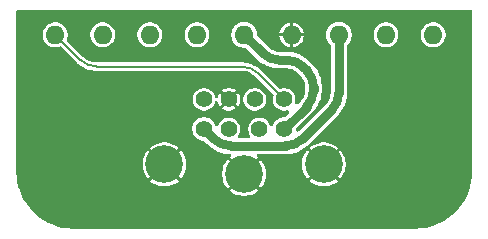
<source format=gbr>
%TF.GenerationSoftware,KiCad,Pcbnew,9.0.6*%
%TF.CreationDate,2026-02-06T14:40:20-05:00*%
%TF.ProjectId,DQ PS2 Controller Adapter,44512050-5332-4204-936f-6e74726f6c6c,1.0*%
%TF.SameCoordinates,Original*%
%TF.FileFunction,Copper,L2,Bot*%
%TF.FilePolarity,Positive*%
%FSLAX46Y46*%
G04 Gerber Fmt 4.6, Leading zero omitted, Abs format (unit mm)*
G04 Created by KiCad (PCBNEW 9.0.6) date 2026-02-06 14:40:20*
%MOMM*%
%LPD*%
G01*
G04 APERTURE LIST*
%TA.AperFunction,ComponentPad*%
%ADD10O,1.600000X1.600000*%
%TD*%
%TA.AperFunction,ComponentPad*%
%ADD11C,3.200000*%
%TD*%
%TA.AperFunction,ComponentPad*%
%ADD12C,1.400000*%
%TD*%
%TA.AperFunction,Conductor*%
%ADD13C,0.800000*%
%TD*%
%TA.AperFunction,Conductor*%
%ADD14C,0.200000*%
%TD*%
G04 APERTURE END LIST*
D10*
%TO.P,P1,1,DAT*%
%TO.N,/DAT*%
X166670000Y-89930000D03*
%TO.P,P1,2,CMD*%
%TO.N,/CMD*%
X162670000Y-89930000D03*
%TO.P,P1,3,7V6*%
%TO.N,/7V6*%
X158670000Y-89930000D03*
%TO.P,P1,4,GND*%
%TO.N,GND*%
X154670000Y-89930000D03*
%TO.P,P1,5,Vcc*%
%TO.N,/Vcc*%
X150670000Y-89930000D03*
%TO.P,P1,6,ATT*%
%TO.N,/ATT*%
X146670000Y-89930000D03*
%TO.P,P1,7,CLK*%
%TO.N,/CLK*%
X142670000Y-89930000D03*
%TO.P,P1,8,N/C*%
%TO.N,unconnected-(P1-N{slash}C-Pad8)*%
X138670000Y-89930000D03*
%TO.P,P1,9,ACK*%
%TO.N,/ACK*%
X134670000Y-89930000D03*
%TD*%
D11*
%TO.P,J1,0*%
%TO.N,GND*%
X157400000Y-100900000D03*
X150650000Y-101710000D03*
X143900000Y-100900000D03*
D12*
%TO.P,J1,1*%
%TO.N,/DAT*%
X149350000Y-97900000D03*
%TO.P,J1,2*%
%TO.N,/CMD*%
X151950000Y-97900000D03*
%TO.P,J1,3*%
%TO.N,/7V6*%
X147250000Y-97900000D03*
%TO.P,J1,4*%
%TO.N,GND*%
X149350000Y-95400000D03*
%TO.P,J1,5*%
%TO.N,/Vcc*%
X154050000Y-97900000D03*
%TO.P,J1,6*%
%TO.N,/ATT*%
X147250000Y-95400000D03*
%TO.P,J1,7*%
%TO.N,/CLK*%
X151550000Y-95400000D03*
%TO.P,J1,8*%
%TO.N,/ACK*%
X154050000Y-95400000D03*
%TD*%
D13*
%TO.N,/Vcc*%
X155944213Y-96005787D02*
X154050000Y-97900000D01*
X155675787Y-92665787D02*
X155944214Y-92934214D01*
X156530000Y-94348427D02*
X156530000Y-94591573D01*
X153648427Y-92080000D02*
X154261573Y-92080000D01*
X150670000Y-89930000D02*
X152234214Y-91494214D01*
X156530000Y-94591573D02*
G75*
G02*
X155944227Y-96005801I-2000000J-27D01*
G01*
X154261573Y-92080000D02*
G75*
G02*
X155675801Y-92665773I27J-2000000D01*
G01*
X156530000Y-94348427D02*
G75*
G03*
X155944228Y-92934200I-2000000J27D01*
G01*
X153648427Y-92080000D02*
G75*
G02*
X152234200Y-91494228I-27J2000000D01*
G01*
D14*
%TO.N,/ACK*%
X138188427Y-92620000D02*
X150441573Y-92620000D01*
X151855787Y-93205787D02*
X154050000Y-95400000D01*
X134670000Y-89930000D02*
X136774214Y-92034214D01*
X151855787Y-93205787D02*
G75*
G03*
X150441573Y-92620019I-1414187J-1414213D01*
G01*
X136774214Y-92034214D02*
G75*
G03*
X138188427Y-92619981I1414186J1414214D01*
G01*
D13*
%TO.N,/7V6*%
X154181573Y-99330000D02*
X149508427Y-99330000D01*
X148094213Y-98744213D02*
X147250000Y-97900000D01*
X158084213Y-96255787D02*
X155595786Y-98744214D01*
X158670000Y-89930000D02*
X158670000Y-94841573D01*
X154181573Y-99330000D02*
G75*
G03*
X155595800Y-98744228I27J2000000D01*
G01*
X158670000Y-94841573D02*
G75*
G02*
X158084227Y-96255801I-2000000J-27D01*
G01*
X148094213Y-98744213D02*
G75*
G03*
X149508427Y-99329981I1414187J1414213D01*
G01*
%TD*%
%TA.AperFunction,Conductor*%
%TO.N,GND*%
G36*
X169912539Y-87850185D02*
G01*
X169958294Y-87902989D01*
X169969500Y-87954500D01*
X169969500Y-101536886D01*
X169969382Y-101542295D01*
X169951473Y-101952492D01*
X169950530Y-101963268D01*
X169897293Y-102367644D01*
X169895415Y-102378298D01*
X169807132Y-102776516D01*
X169804332Y-102786964D01*
X169681684Y-103175956D01*
X169677984Y-103186122D01*
X169521896Y-103562953D01*
X169517324Y-103572757D01*
X169328993Y-103934538D01*
X169323585Y-103943906D01*
X169104428Y-104287914D01*
X169098223Y-104296775D01*
X168849925Y-104620364D01*
X168842971Y-104628651D01*
X168567418Y-104929365D01*
X168559769Y-104937014D01*
X168259055Y-105212568D01*
X168250768Y-105219522D01*
X167927180Y-105467820D01*
X167918319Y-105474025D01*
X167574311Y-105693182D01*
X167564943Y-105698590D01*
X167203162Y-105886922D01*
X167193358Y-105891494D01*
X166816530Y-106047581D01*
X166806365Y-106051281D01*
X166417367Y-106173932D01*
X166406917Y-106176732D01*
X166008702Y-106265014D01*
X165998049Y-106266892D01*
X165593672Y-106320129D01*
X165582896Y-106321072D01*
X165172862Y-106338975D01*
X165167453Y-106339093D01*
X136172706Y-106339093D01*
X136167297Y-106338975D01*
X135757102Y-106321065D01*
X135746326Y-106320122D01*
X135341950Y-106266885D01*
X135331296Y-106265007D01*
X134933079Y-106176724D01*
X134922631Y-106173924D01*
X134533640Y-106051276D01*
X134523474Y-106047576D01*
X134146643Y-105891487D01*
X134136839Y-105886915D01*
X134018873Y-105825506D01*
X133775044Y-105698576D01*
X133765688Y-105693175D01*
X133480376Y-105511410D01*
X133421692Y-105474024D01*
X133412831Y-105467820D01*
X133089235Y-105219516D01*
X133080948Y-105212562D01*
X132780235Y-104937009D01*
X132772586Y-104929360D01*
X132497033Y-104628646D01*
X132490079Y-104620359D01*
X132241781Y-104296771D01*
X132235576Y-104287910D01*
X132016420Y-103943903D01*
X132011012Y-103934535D01*
X131954299Y-103825590D01*
X131822678Y-103572748D01*
X131818112Y-103562956D01*
X131662016Y-103186107D01*
X131658322Y-103175956D01*
X131636324Y-103106188D01*
X131535665Y-102786939D01*
X131532876Y-102776527D01*
X131444588Y-102378281D01*
X131442716Y-102367662D01*
X131389474Y-101963245D01*
X131388534Y-101952511D01*
X131370617Y-101542126D01*
X131370500Y-101536736D01*
X131370500Y-100778751D01*
X142050000Y-100778751D01*
X142050000Y-101021248D01*
X142050001Y-101021264D01*
X142081653Y-101261687D01*
X142144421Y-101495939D01*
X142237220Y-101719978D01*
X142237227Y-101719993D01*
X142358480Y-101930009D01*
X142503811Y-102119409D01*
X142503812Y-102119409D01*
X143038097Y-101585124D01*
X143060967Y-101616602D01*
X143183398Y-101739033D01*
X143214873Y-101761901D01*
X142680589Y-102296186D01*
X142680589Y-102296188D01*
X142869990Y-102441519D01*
X143080006Y-102562772D01*
X143080021Y-102562779D01*
X143304060Y-102655578D01*
X143538312Y-102718346D01*
X143778735Y-102749998D01*
X143778752Y-102750000D01*
X144021248Y-102750000D01*
X144021264Y-102749998D01*
X144261687Y-102718346D01*
X144495939Y-102655578D01*
X144719978Y-102562779D01*
X144719992Y-102562772D01*
X144930010Y-102441518D01*
X145119409Y-102296186D01*
X144585125Y-101761901D01*
X144616602Y-101739033D01*
X144739033Y-101616602D01*
X144761901Y-101585125D01*
X145296186Y-102119409D01*
X145441518Y-101930010D01*
X145562772Y-101719992D01*
X145562779Y-101719978D01*
X145638474Y-101537234D01*
X145655578Y-101495939D01*
X145718346Y-101261687D01*
X145749998Y-101021264D01*
X145750000Y-101021248D01*
X145750000Y-100778751D01*
X145749998Y-100778735D01*
X145718346Y-100538312D01*
X145655578Y-100304060D01*
X145562779Y-100080021D01*
X145562772Y-100080006D01*
X145441519Y-99869990D01*
X145296188Y-99680589D01*
X145296186Y-99680589D01*
X144761901Y-100214873D01*
X144739033Y-100183398D01*
X144616602Y-100060967D01*
X144585124Y-100038097D01*
X145119409Y-99503812D01*
X145119409Y-99503811D01*
X144930009Y-99358480D01*
X144719993Y-99237227D01*
X144719978Y-99237220D01*
X144495939Y-99144421D01*
X144261687Y-99081653D01*
X144021264Y-99050001D01*
X144021248Y-99050000D01*
X143778752Y-99050000D01*
X143778735Y-99050001D01*
X143538312Y-99081653D01*
X143304060Y-99144421D01*
X143080021Y-99237220D01*
X143080006Y-99237227D01*
X142869990Y-99358480D01*
X142680589Y-99503811D01*
X142680589Y-99503812D01*
X143214874Y-100038097D01*
X143183398Y-100060967D01*
X143060967Y-100183398D01*
X143038098Y-100214874D01*
X142503812Y-99680589D01*
X142503811Y-99680589D01*
X142358480Y-99869990D01*
X142237227Y-100080006D01*
X142237220Y-100080021D01*
X142144421Y-100304060D01*
X142081653Y-100538312D01*
X142050001Y-100778735D01*
X142050000Y-100778751D01*
X131370500Y-100778751D01*
X131370500Y-95306379D01*
X146299500Y-95306379D01*
X146299500Y-95493620D01*
X146336025Y-95677243D01*
X146336027Y-95677251D01*
X146407676Y-95850228D01*
X146407681Y-95850237D01*
X146511697Y-96005907D01*
X146511700Y-96005911D01*
X146644088Y-96138299D01*
X146644092Y-96138302D01*
X146799762Y-96242318D01*
X146799768Y-96242321D01*
X146799769Y-96242322D01*
X146972749Y-96313973D01*
X147153865Y-96349999D01*
X147156379Y-96350499D01*
X147156383Y-96350500D01*
X147156384Y-96350500D01*
X147343617Y-96350500D01*
X147343618Y-96350499D01*
X147527251Y-96313973D01*
X147700231Y-96242322D01*
X147855908Y-96138302D01*
X147855911Y-96138299D01*
X147972385Y-96021826D01*
X147988299Y-96005911D01*
X147988302Y-96005908D01*
X148092322Y-95850231D01*
X148163973Y-95677251D01*
X148178638Y-95603523D01*
X148211021Y-95541617D01*
X148271736Y-95507042D01*
X148341505Y-95510781D01*
X148398178Y-95551646D01*
X148421871Y-95603525D01*
X148436507Y-95677100D01*
X148436508Y-95677105D01*
X148508119Y-95849991D01*
X148508124Y-95849999D01*
X148594281Y-95978940D01*
X148955871Y-95617350D01*
X148989910Y-95676306D01*
X149073694Y-95760090D01*
X149132648Y-95794127D01*
X148771057Y-96155718D01*
X148900008Y-96241880D01*
X149072894Y-96313491D01*
X149072902Y-96313493D01*
X149256428Y-96349999D01*
X149256431Y-96350000D01*
X149443569Y-96350000D01*
X149443571Y-96349999D01*
X149627097Y-96313493D01*
X149627105Y-96313491D01*
X149799991Y-96241880D01*
X149928941Y-96155718D01*
X149928941Y-96155717D01*
X149567351Y-95794127D01*
X149626306Y-95760090D01*
X149710090Y-95676306D01*
X149744127Y-95617351D01*
X150105717Y-95978941D01*
X150105718Y-95978941D01*
X150191880Y-95849991D01*
X150263491Y-95677105D01*
X150263493Y-95677097D01*
X150299999Y-95493571D01*
X150300000Y-95493569D01*
X150300000Y-95306429D01*
X150299990Y-95306379D01*
X150599500Y-95306379D01*
X150599500Y-95493620D01*
X150636025Y-95677243D01*
X150636027Y-95677251D01*
X150707676Y-95850228D01*
X150707681Y-95850237D01*
X150811697Y-96005907D01*
X150811700Y-96005911D01*
X150944088Y-96138299D01*
X150944092Y-96138302D01*
X151099762Y-96242318D01*
X151099768Y-96242321D01*
X151099769Y-96242322D01*
X151272749Y-96313973D01*
X151453865Y-96349999D01*
X151456379Y-96350499D01*
X151456383Y-96350500D01*
X151456384Y-96350500D01*
X151643617Y-96350500D01*
X151643618Y-96350499D01*
X151827251Y-96313973D01*
X152000231Y-96242322D01*
X152155908Y-96138302D01*
X152288302Y-96005908D01*
X152392322Y-95850231D01*
X152463973Y-95677251D01*
X152500500Y-95493616D01*
X152500500Y-95306384D01*
X152463973Y-95122749D01*
X152392322Y-94949769D01*
X152392321Y-94949768D01*
X152392318Y-94949762D01*
X152288302Y-94794092D01*
X152288299Y-94794088D01*
X152155911Y-94661700D01*
X152155907Y-94661697D01*
X152000237Y-94557681D01*
X152000228Y-94557676D01*
X151827251Y-94486027D01*
X151827243Y-94486025D01*
X151643620Y-94449500D01*
X151643616Y-94449500D01*
X151456384Y-94449500D01*
X151456379Y-94449500D01*
X151272756Y-94486025D01*
X151272748Y-94486027D01*
X151099771Y-94557676D01*
X151099762Y-94557681D01*
X150944092Y-94661697D01*
X150944088Y-94661700D01*
X150811700Y-94794088D01*
X150811697Y-94794092D01*
X150707681Y-94949762D01*
X150707676Y-94949771D01*
X150636027Y-95122748D01*
X150636025Y-95122756D01*
X150599500Y-95306379D01*
X150299990Y-95306379D01*
X150263493Y-95122902D01*
X150263491Y-95122894D01*
X150191880Y-94950008D01*
X150105718Y-94821057D01*
X149744127Y-95182648D01*
X149710090Y-95123694D01*
X149626306Y-95039910D01*
X149567350Y-95005872D01*
X149928940Y-94644281D01*
X149928940Y-94644280D01*
X149799999Y-94558124D01*
X149799991Y-94558119D01*
X149627105Y-94486508D01*
X149627097Y-94486506D01*
X149443570Y-94450000D01*
X149256430Y-94450000D01*
X149072902Y-94486506D01*
X149072894Y-94486508D01*
X148900003Y-94558121D01*
X148771058Y-94644279D01*
X148771058Y-94644281D01*
X149132649Y-95005872D01*
X149073694Y-95039910D01*
X148989910Y-95123694D01*
X148955872Y-95182649D01*
X148594281Y-94821058D01*
X148594279Y-94821058D01*
X148508121Y-94950003D01*
X148436508Y-95122894D01*
X148436506Y-95122899D01*
X148421871Y-95196474D01*
X148389485Y-95258384D01*
X148328769Y-95292958D01*
X148258999Y-95289217D01*
X148202328Y-95248350D01*
X148178637Y-95196475D01*
X148163973Y-95122749D01*
X148092322Y-94949769D01*
X148092321Y-94949768D01*
X148092318Y-94949762D01*
X147988302Y-94794092D01*
X147988299Y-94794088D01*
X147855911Y-94661700D01*
X147855907Y-94661697D01*
X147700237Y-94557681D01*
X147700228Y-94557676D01*
X147527251Y-94486027D01*
X147527243Y-94486025D01*
X147343620Y-94449500D01*
X147343616Y-94449500D01*
X147156384Y-94449500D01*
X147156379Y-94449500D01*
X146972756Y-94486025D01*
X146972748Y-94486027D01*
X146799771Y-94557676D01*
X146799762Y-94557681D01*
X146644092Y-94661697D01*
X146644088Y-94661700D01*
X146511700Y-94794088D01*
X146511697Y-94794092D01*
X146407681Y-94949762D01*
X146407676Y-94949771D01*
X146336027Y-95122748D01*
X146336025Y-95122756D01*
X146299500Y-95306379D01*
X131370500Y-95306379D01*
X131370500Y-89826530D01*
X133619500Y-89826530D01*
X133619500Y-90033469D01*
X133659868Y-90236412D01*
X133659870Y-90236420D01*
X133739058Y-90427596D01*
X133854024Y-90599657D01*
X134000342Y-90745975D01*
X134000345Y-90745977D01*
X134172402Y-90860941D01*
X134363580Y-90940130D01*
X134542429Y-90975705D01*
X134566530Y-90980499D01*
X134566534Y-90980500D01*
X134566535Y-90980500D01*
X134773466Y-90980500D01*
X134773467Y-90980499D01*
X134976420Y-90940130D01*
X135046972Y-90910905D01*
X135116438Y-90903437D01*
X135178918Y-90934711D01*
X135182104Y-90937786D01*
X136487119Y-92242801D01*
X136487121Y-92242804D01*
X136490046Y-92245729D01*
X136491000Y-92246683D01*
X136491031Y-92246740D01*
X136526362Y-92282070D01*
X136526362Y-92282071D01*
X136619702Y-92375410D01*
X136826110Y-92540011D01*
X137049650Y-92680467D01*
X137287511Y-92795011D01*
X137536700Y-92882203D01*
X137794086Y-92940947D01*
X138056430Y-92970502D01*
X138188432Y-92970500D01*
X150386061Y-92970500D01*
X150386064Y-92970501D01*
X150437516Y-92970500D01*
X150445621Y-92970764D01*
X150648778Y-92984077D01*
X150664848Y-92986193D01*
X150860540Y-93025116D01*
X150876186Y-93029308D01*
X151065129Y-93093443D01*
X151080109Y-93099649D01*
X151259042Y-93187886D01*
X151273090Y-93195996D01*
X151438982Y-93306839D01*
X151451850Y-93316713D01*
X151604694Y-93450751D01*
X151610617Y-93456299D01*
X153118749Y-94964431D01*
X153152234Y-95025754D01*
X153147250Y-95095446D01*
X153145630Y-95099562D01*
X153136028Y-95122743D01*
X153136025Y-95122751D01*
X153099500Y-95306379D01*
X153099500Y-95493620D01*
X153136025Y-95677243D01*
X153136027Y-95677251D01*
X153207676Y-95850228D01*
X153207681Y-95850237D01*
X153311697Y-96005907D01*
X153311700Y-96005911D01*
X153444088Y-96138299D01*
X153444092Y-96138302D01*
X153599762Y-96242318D01*
X153599768Y-96242321D01*
X153599769Y-96242322D01*
X153772749Y-96313973D01*
X153953865Y-96349999D01*
X153956379Y-96350499D01*
X153956383Y-96350500D01*
X153956384Y-96350500D01*
X154143617Y-96350500D01*
X154143617Y-96350499D01*
X154292135Y-96320958D01*
X154323441Y-96314731D01*
X154393032Y-96320958D01*
X154448210Y-96363821D01*
X154471454Y-96429711D01*
X154455386Y-96497708D01*
X154435313Y-96524029D01*
X154096162Y-96863181D01*
X154034839Y-96896666D01*
X154008481Y-96899500D01*
X153951457Y-96899500D01*
X153758170Y-96937947D01*
X153758160Y-96937950D01*
X153576092Y-97013364D01*
X153576079Y-97013371D01*
X153412218Y-97122860D01*
X153412214Y-97122863D01*
X153272863Y-97262214D01*
X153272860Y-97262218D01*
X153163371Y-97426079D01*
X153163366Y-97426088D01*
X153087501Y-97609245D01*
X153043660Y-97663648D01*
X152977366Y-97685713D01*
X152909667Y-97668434D01*
X152862056Y-97617297D01*
X152858379Y-97609245D01*
X152792323Y-97449771D01*
X152792318Y-97449762D01*
X152688302Y-97294092D01*
X152688299Y-97294088D01*
X152555911Y-97161700D01*
X152555907Y-97161697D01*
X152400237Y-97057681D01*
X152400228Y-97057676D01*
X152227251Y-96986027D01*
X152227243Y-96986025D01*
X152043620Y-96949500D01*
X152043616Y-96949500D01*
X151856384Y-96949500D01*
X151856379Y-96949500D01*
X151672756Y-96986025D01*
X151672748Y-96986027D01*
X151499771Y-97057676D01*
X151499762Y-97057681D01*
X151344092Y-97161697D01*
X151344088Y-97161700D01*
X151211700Y-97294088D01*
X151211697Y-97294092D01*
X151107681Y-97449762D01*
X151107676Y-97449771D01*
X151036027Y-97622748D01*
X151036025Y-97622756D01*
X150999500Y-97806379D01*
X150999500Y-97993620D01*
X151036025Y-98177243D01*
X151036027Y-98177251D01*
X151107676Y-98350228D01*
X151107681Y-98350237D01*
X151165393Y-98436609D01*
X151186271Y-98503287D01*
X151167786Y-98570667D01*
X151115807Y-98617357D01*
X151062291Y-98629500D01*
X150237709Y-98629500D01*
X150170670Y-98609815D01*
X150124915Y-98557011D01*
X150114971Y-98487853D01*
X150134607Y-98436609D01*
X150192318Y-98350237D01*
X150192318Y-98350236D01*
X150192322Y-98350231D01*
X150263973Y-98177251D01*
X150300500Y-97993616D01*
X150300500Y-97806384D01*
X150263973Y-97622749D01*
X150192322Y-97449769D01*
X150192321Y-97449768D01*
X150192318Y-97449762D01*
X150088302Y-97294092D01*
X150088299Y-97294088D01*
X149955911Y-97161700D01*
X149955907Y-97161697D01*
X149800237Y-97057681D01*
X149800228Y-97057676D01*
X149627251Y-96986027D01*
X149627243Y-96986025D01*
X149443620Y-96949500D01*
X149443616Y-96949500D01*
X149256384Y-96949500D01*
X149256379Y-96949500D01*
X149072756Y-96986025D01*
X149072748Y-96986027D01*
X148899771Y-97057676D01*
X148899762Y-97057681D01*
X148744092Y-97161697D01*
X148744088Y-97161700D01*
X148611700Y-97294088D01*
X148611697Y-97294092D01*
X148507681Y-97449762D01*
X148507676Y-97449772D01*
X148441620Y-97609245D01*
X148397779Y-97663648D01*
X148331484Y-97685713D01*
X148263785Y-97668434D01*
X148216175Y-97617296D01*
X148212498Y-97609244D01*
X148136635Y-97426092D01*
X148136628Y-97426079D01*
X148027139Y-97262218D01*
X148027136Y-97262214D01*
X147887785Y-97122863D01*
X147887781Y-97122860D01*
X147723920Y-97013371D01*
X147723907Y-97013364D01*
X147541839Y-96937950D01*
X147541829Y-96937947D01*
X147348543Y-96899500D01*
X147348541Y-96899500D01*
X147151459Y-96899500D01*
X147151457Y-96899500D01*
X146958170Y-96937947D01*
X146958160Y-96937950D01*
X146776092Y-97013364D01*
X146776079Y-97013371D01*
X146612218Y-97122860D01*
X146612214Y-97122863D01*
X146472863Y-97262214D01*
X146472860Y-97262218D01*
X146363371Y-97426079D01*
X146363364Y-97426092D01*
X146287950Y-97608160D01*
X146287947Y-97608170D01*
X146249500Y-97801456D01*
X146249500Y-97801459D01*
X146249500Y-97998541D01*
X146249500Y-97998543D01*
X146249499Y-97998543D01*
X146287947Y-98191829D01*
X146287950Y-98191839D01*
X146363364Y-98373907D01*
X146363371Y-98373920D01*
X146472860Y-98537781D01*
X146472863Y-98537785D01*
X146612214Y-98677136D01*
X146612218Y-98677139D01*
X146776079Y-98786628D01*
X146776092Y-98786635D01*
X146958160Y-98862049D01*
X146958165Y-98862051D01*
X146958169Y-98862051D01*
X146958170Y-98862052D01*
X147151456Y-98900500D01*
X147151459Y-98900500D01*
X147208482Y-98900500D01*
X147275521Y-98920185D01*
X147296163Y-98936819D01*
X147543077Y-99183733D01*
X147543079Y-99183736D01*
X147562559Y-99203216D01*
X147562591Y-99203275D01*
X147706115Y-99346796D01*
X147903007Y-99503810D01*
X147943258Y-99535908D01*
X148200084Y-99697279D01*
X148473363Y-99828880D01*
X148473366Y-99828881D01*
X148473368Y-99828882D01*
X148535668Y-99850680D01*
X148759659Y-99929055D01*
X148759668Y-99929057D01*
X149055353Y-99996542D01*
X149055363Y-99996543D01*
X149055370Y-99996545D01*
X149356779Y-100030502D01*
X149434515Y-100030500D01*
X149501552Y-100050183D01*
X149547308Y-100102986D01*
X149557253Y-100172144D01*
X149528230Y-100235700D01*
X149510002Y-100252876D01*
X149430589Y-100313811D01*
X149430589Y-100313812D01*
X149964874Y-100848097D01*
X149933398Y-100870967D01*
X149810967Y-100993398D01*
X149788097Y-101024874D01*
X149253812Y-100490589D01*
X149253811Y-100490589D01*
X149108480Y-100679990D01*
X148987227Y-100890006D01*
X148987220Y-100890021D01*
X148894421Y-101114060D01*
X148831653Y-101348312D01*
X148800001Y-101588735D01*
X148800000Y-101588751D01*
X148800000Y-101831248D01*
X148800001Y-101831264D01*
X148831653Y-102071687D01*
X148894421Y-102305939D01*
X148987220Y-102529978D01*
X148987227Y-102529993D01*
X149108480Y-102740009D01*
X149253811Y-102929409D01*
X149253812Y-102929409D01*
X149788097Y-102395124D01*
X149810967Y-102426602D01*
X149933398Y-102549033D01*
X149964873Y-102571901D01*
X149430589Y-103106186D01*
X149430589Y-103106188D01*
X149619990Y-103251519D01*
X149830006Y-103372772D01*
X149830021Y-103372779D01*
X150054060Y-103465578D01*
X150288312Y-103528346D01*
X150528735Y-103559998D01*
X150528752Y-103560000D01*
X150771248Y-103560000D01*
X150771264Y-103559998D01*
X151011687Y-103528346D01*
X151245939Y-103465578D01*
X151469978Y-103372779D01*
X151469992Y-103372772D01*
X151680010Y-103251518D01*
X151869409Y-103106186D01*
X151335125Y-102571901D01*
X151366602Y-102549033D01*
X151489033Y-102426602D01*
X151511901Y-102395125D01*
X152046186Y-102929409D01*
X152191518Y-102740010D01*
X152312772Y-102529992D01*
X152312779Y-102529978D01*
X152405579Y-102305937D01*
X152429640Y-102216141D01*
X152429640Y-102216140D01*
X152468346Y-102071686D01*
X152499998Y-101831264D01*
X152500000Y-101831248D01*
X152500000Y-101588751D01*
X152499998Y-101588735D01*
X152468346Y-101348312D01*
X152405578Y-101114060D01*
X152312779Y-100890021D01*
X152312774Y-100890011D01*
X152281987Y-100836685D01*
X152281986Y-100836683D01*
X152248539Y-100778751D01*
X155550000Y-100778751D01*
X155550000Y-101021248D01*
X155550001Y-101021264D01*
X155581653Y-101261687D01*
X155644421Y-101495939D01*
X155737220Y-101719978D01*
X155737227Y-101719993D01*
X155858480Y-101930009D01*
X156003811Y-102119409D01*
X156003812Y-102119409D01*
X156538097Y-101585124D01*
X156560967Y-101616602D01*
X156683398Y-101739033D01*
X156714873Y-101761901D01*
X156180589Y-102296186D01*
X156180589Y-102296188D01*
X156369990Y-102441519D01*
X156580006Y-102562772D01*
X156580021Y-102562779D01*
X156804060Y-102655578D01*
X157038312Y-102718346D01*
X157278735Y-102749998D01*
X157278752Y-102750000D01*
X157521248Y-102750000D01*
X157521264Y-102749998D01*
X157761687Y-102718346D01*
X157995939Y-102655578D01*
X158219978Y-102562779D01*
X158219992Y-102562772D01*
X158430010Y-102441518D01*
X158619409Y-102296186D01*
X158085125Y-101761901D01*
X158116602Y-101739033D01*
X158239033Y-101616602D01*
X158261902Y-101585125D01*
X158796186Y-102119409D01*
X158941518Y-101930010D01*
X159062772Y-101719992D01*
X159062779Y-101719978D01*
X159155578Y-101495939D01*
X159218346Y-101261687D01*
X159249998Y-101021264D01*
X159250000Y-101021248D01*
X159250000Y-100778751D01*
X159249998Y-100778735D01*
X159218346Y-100538312D01*
X159155578Y-100304060D01*
X159062779Y-100080021D01*
X159062772Y-100080006D01*
X158941519Y-99869990D01*
X158796188Y-99680589D01*
X158796186Y-99680589D01*
X158261901Y-100214873D01*
X158239033Y-100183398D01*
X158116602Y-100060967D01*
X158085124Y-100038097D01*
X158619409Y-99503812D01*
X158619409Y-99503811D01*
X158430009Y-99358480D01*
X158219993Y-99237227D01*
X158219978Y-99237220D01*
X157995939Y-99144421D01*
X157761687Y-99081653D01*
X157521264Y-99050001D01*
X157521248Y-99050000D01*
X157278752Y-99050000D01*
X157278735Y-99050001D01*
X157038312Y-99081653D01*
X156804060Y-99144421D01*
X156580021Y-99237220D01*
X156580006Y-99237227D01*
X156369990Y-99358480D01*
X156180588Y-99503810D01*
X156180588Y-99503811D01*
X156714874Y-100038097D01*
X156683398Y-100060967D01*
X156560967Y-100183398D01*
X156538098Y-100214874D01*
X156003812Y-99680589D01*
X156003811Y-99680589D01*
X155858480Y-99869990D01*
X155737227Y-100080006D01*
X155737220Y-100080021D01*
X155644421Y-100304060D01*
X155581653Y-100538312D01*
X155550001Y-100778735D01*
X155550000Y-100778751D01*
X152248539Y-100778751D01*
X152191519Y-100679990D01*
X152046188Y-100490589D01*
X152046186Y-100490589D01*
X151511901Y-101024873D01*
X151489033Y-100993398D01*
X151366602Y-100870967D01*
X151335124Y-100848097D01*
X151869409Y-100313812D01*
X151869409Y-100313810D01*
X151789997Y-100252876D01*
X151748794Y-100196448D01*
X151744639Y-100126702D01*
X151778851Y-100065782D01*
X151840568Y-100033029D01*
X151865483Y-100030500D01*
X154256816Y-100030500D01*
X154257193Y-100030480D01*
X154333220Y-100030482D01*
X154634626Y-99996526D01*
X154634636Y-99996523D01*
X154634642Y-99996523D01*
X154840952Y-99949435D01*
X154930335Y-99929036D01*
X155216628Y-99828861D01*
X155489905Y-99697262D01*
X155746729Y-99535893D01*
X155982899Y-99347557D01*
X155986492Y-99346089D01*
X155997984Y-99332669D01*
X156035247Y-99295406D01*
X156035273Y-99295383D01*
X156042327Y-99288328D01*
X156042329Y-99288328D01*
X158543214Y-96787443D01*
X158543273Y-96787410D01*
X158579558Y-96751123D01*
X158579559Y-96751124D01*
X158686796Y-96643885D01*
X158875908Y-96406742D01*
X159037279Y-96149916D01*
X159168880Y-95876637D01*
X159269055Y-95590341D01*
X159307355Y-95422529D01*
X159336542Y-95294646D01*
X159336543Y-95294637D01*
X159336545Y-95294630D01*
X159370502Y-94993221D01*
X159370500Y-94841564D01*
X159370500Y-90837204D01*
X159390185Y-90770165D01*
X159406819Y-90749523D01*
X159410756Y-90745586D01*
X159509414Y-90646928D01*
X159611232Y-90506788D01*
X159689873Y-90352445D01*
X159743402Y-90187701D01*
X159770500Y-90016611D01*
X159770500Y-89843389D01*
X159767830Y-89826530D01*
X161619500Y-89826530D01*
X161619500Y-90033469D01*
X161659868Y-90236412D01*
X161659870Y-90236420D01*
X161739058Y-90427596D01*
X161854024Y-90599657D01*
X162000342Y-90745975D01*
X162000345Y-90745977D01*
X162172402Y-90860941D01*
X162363580Y-90940130D01*
X162542429Y-90975705D01*
X162566530Y-90980499D01*
X162566534Y-90980500D01*
X162566535Y-90980500D01*
X162773466Y-90980500D01*
X162773467Y-90980499D01*
X162976420Y-90940130D01*
X163167598Y-90860941D01*
X163339655Y-90745977D01*
X163485977Y-90599655D01*
X163600941Y-90427598D01*
X163680130Y-90236420D01*
X163720500Y-90033465D01*
X163720500Y-89826535D01*
X163720499Y-89826530D01*
X165619500Y-89826530D01*
X165619500Y-90033469D01*
X165659868Y-90236412D01*
X165659870Y-90236420D01*
X165739058Y-90427596D01*
X165854024Y-90599657D01*
X166000342Y-90745975D01*
X166000345Y-90745977D01*
X166172402Y-90860941D01*
X166363580Y-90940130D01*
X166542429Y-90975705D01*
X166566530Y-90980499D01*
X166566534Y-90980500D01*
X166566535Y-90980500D01*
X166773466Y-90980500D01*
X166773467Y-90980499D01*
X166976420Y-90940130D01*
X167167598Y-90860941D01*
X167339655Y-90745977D01*
X167485977Y-90599655D01*
X167600941Y-90427598D01*
X167680130Y-90236420D01*
X167720500Y-90033465D01*
X167720500Y-89826535D01*
X167680130Y-89623580D01*
X167600941Y-89432402D01*
X167485977Y-89260345D01*
X167485975Y-89260342D01*
X167339657Y-89114024D01*
X167168258Y-88999500D01*
X167167598Y-88999059D01*
X167142753Y-88988768D01*
X166976420Y-88919870D01*
X166976412Y-88919868D01*
X166773469Y-88879500D01*
X166773465Y-88879500D01*
X166566535Y-88879500D01*
X166566530Y-88879500D01*
X166363587Y-88919868D01*
X166363579Y-88919870D01*
X166172403Y-88999058D01*
X166000342Y-89114024D01*
X165854024Y-89260342D01*
X165739058Y-89432403D01*
X165659870Y-89623579D01*
X165659868Y-89623587D01*
X165619500Y-89826530D01*
X163720499Y-89826530D01*
X163680130Y-89623580D01*
X163600941Y-89432402D01*
X163485977Y-89260345D01*
X163485975Y-89260342D01*
X163339657Y-89114024D01*
X163168258Y-88999500D01*
X163167598Y-88999059D01*
X163142753Y-88988768D01*
X162976420Y-88919870D01*
X162976412Y-88919868D01*
X162773469Y-88879500D01*
X162773465Y-88879500D01*
X162566535Y-88879500D01*
X162566530Y-88879500D01*
X162363587Y-88919868D01*
X162363579Y-88919870D01*
X162172403Y-88999058D01*
X162000342Y-89114024D01*
X161854024Y-89260342D01*
X161739058Y-89432403D01*
X161659870Y-89623579D01*
X161659868Y-89623587D01*
X161619500Y-89826530D01*
X159767830Y-89826530D01*
X159743402Y-89672299D01*
X159689873Y-89507555D01*
X159611232Y-89353212D01*
X159509414Y-89213072D01*
X159386928Y-89090586D01*
X159246788Y-88988768D01*
X159092445Y-88910127D01*
X158927701Y-88856598D01*
X158927699Y-88856597D01*
X158927698Y-88856597D01*
X158796271Y-88835781D01*
X158756611Y-88829500D01*
X158583389Y-88829500D01*
X158543728Y-88835781D01*
X158412302Y-88856597D01*
X158247552Y-88910128D01*
X158093211Y-88988768D01*
X158013256Y-89046859D01*
X157953072Y-89090586D01*
X157953070Y-89090588D01*
X157953069Y-89090588D01*
X157830588Y-89213069D01*
X157830588Y-89213070D01*
X157830586Y-89213072D01*
X157796242Y-89260342D01*
X157728768Y-89353211D01*
X157650128Y-89507552D01*
X157596597Y-89672302D01*
X157589406Y-89717708D01*
X157569500Y-89843389D01*
X157569500Y-90016611D01*
X157596598Y-90187701D01*
X157650127Y-90352445D01*
X157728768Y-90506788D01*
X157830586Y-90646928D01*
X157830588Y-90646930D01*
X157933181Y-90749523D01*
X157966666Y-90810846D01*
X157969500Y-90837204D01*
X157969500Y-94762650D01*
X157969499Y-94762655D01*
X157969499Y-94785142D01*
X157969499Y-94798399D01*
X157969499Y-94836710D01*
X157969117Y-94846437D01*
X157954269Y-95035142D01*
X157951225Y-95054361D01*
X157908180Y-95233664D01*
X157902168Y-95252170D01*
X157840937Y-95400000D01*
X157831605Y-95422529D01*
X157822771Y-95439866D01*
X157726424Y-95597094D01*
X157714987Y-95612836D01*
X157592217Y-95756584D01*
X157585607Y-95763734D01*
X155262181Y-98087161D01*
X155242744Y-98097773D01*
X155226011Y-98112274D01*
X155212679Y-98114190D01*
X155200858Y-98120646D01*
X155178771Y-98119066D01*
X155156853Y-98122218D01*
X155144601Y-98116622D01*
X155131166Y-98115662D01*
X155113439Y-98102391D01*
X155093297Y-98093193D01*
X155086014Y-98081861D01*
X155075233Y-98073790D01*
X155067495Y-98053044D01*
X155055523Y-98034415D01*
X155052371Y-98012496D01*
X155050816Y-98008326D01*
X155050500Y-97999480D01*
X155050500Y-97941519D01*
X155070185Y-97874480D01*
X155086819Y-97853838D01*
X156403214Y-96537443D01*
X156403273Y-96537410D01*
X156439558Y-96501123D01*
X156439559Y-96501124D01*
X156546796Y-96393885D01*
X156735908Y-96156742D01*
X156897279Y-95899916D01*
X157028880Y-95626637D01*
X157129055Y-95340341D01*
X157161890Y-95196474D01*
X157196542Y-95044646D01*
X157196543Y-95044637D01*
X157196545Y-95044630D01*
X157230502Y-94743221D01*
X157230500Y-94591564D01*
X157230500Y-94581242D01*
X157230500Y-94279434D01*
X157230500Y-94273252D01*
X157230480Y-94272865D01*
X157230482Y-94196780D01*
X157196526Y-93895374D01*
X157196523Y-93895363D01*
X157196523Y-93895357D01*
X157129038Y-93599674D01*
X157129036Y-93599665D01*
X157028861Y-93313372D01*
X156897262Y-93040095D01*
X156735893Y-92783271D01*
X156546783Y-92546130D01*
X156494182Y-92493528D01*
X156494160Y-92493503D01*
X156207443Y-92206786D01*
X156207410Y-92206726D01*
X156063884Y-92063203D01*
X155826745Y-91874094D01*
X155826736Y-91874088D01*
X155744310Y-91822298D01*
X155569916Y-91712721D01*
X155296637Y-91581120D01*
X155296631Y-91581117D01*
X155072646Y-91502745D01*
X155010341Y-91480945D01*
X155010337Y-91480944D01*
X155010331Y-91480942D01*
X154714646Y-91413457D01*
X154714619Y-91413453D01*
X154413226Y-91379498D01*
X154413221Y-91379498D01*
X154261564Y-91379500D01*
X153734954Y-91379500D01*
X153727348Y-91379499D01*
X153727345Y-91379499D01*
X153690947Y-91379499D01*
X153653287Y-91379499D01*
X153653286Y-91379498D01*
X153643562Y-91379117D01*
X153454857Y-91364269D01*
X153435638Y-91361225D01*
X153256338Y-91318181D01*
X153237833Y-91312169D01*
X153067468Y-91241604D01*
X153050130Y-91232770D01*
X152892905Y-91136425D01*
X152877163Y-91124988D01*
X152733409Y-91002212D01*
X152726259Y-90995602D01*
X151806819Y-90076162D01*
X151773334Y-90014839D01*
X151770500Y-89988481D01*
X151770500Y-89843400D01*
X151770500Y-89843389D01*
X151764420Y-89804999D01*
X153624292Y-89804999D01*
X153624292Y-89805000D01*
X154134092Y-89805000D01*
X154120000Y-89857591D01*
X154120000Y-90002409D01*
X154134092Y-90055000D01*
X153624292Y-90055000D01*
X153660348Y-90236266D01*
X153660350Y-90236274D01*
X153739500Y-90427358D01*
X153739505Y-90427368D01*
X153854410Y-90599335D01*
X153854413Y-90599339D01*
X154000660Y-90745586D01*
X154000664Y-90745589D01*
X154172631Y-90860494D01*
X154172641Y-90860499D01*
X154363723Y-90939648D01*
X154363725Y-90939649D01*
X154545000Y-90975705D01*
X154545000Y-90465908D01*
X154597591Y-90480000D01*
X154742409Y-90480000D01*
X154795000Y-90465908D01*
X154795000Y-90975705D01*
X154976274Y-90939649D01*
X154976276Y-90939648D01*
X155167358Y-90860499D01*
X155167368Y-90860494D01*
X155339335Y-90745589D01*
X155339339Y-90745586D01*
X155485586Y-90599339D01*
X155485589Y-90599335D01*
X155600494Y-90427368D01*
X155600499Y-90427358D01*
X155679649Y-90236274D01*
X155679651Y-90236266D01*
X155715707Y-90055000D01*
X155205908Y-90055000D01*
X155220000Y-90002409D01*
X155220000Y-89857591D01*
X155205908Y-89805000D01*
X155715708Y-89805000D01*
X155715707Y-89804999D01*
X155679651Y-89623733D01*
X155679649Y-89623725D01*
X155600499Y-89432641D01*
X155600494Y-89432631D01*
X155485589Y-89260664D01*
X155485586Y-89260660D01*
X155339339Y-89114413D01*
X155339335Y-89114410D01*
X155167368Y-88999505D01*
X155167358Y-88999500D01*
X154976274Y-88920350D01*
X154976266Y-88920348D01*
X154795000Y-88884292D01*
X154795000Y-89394091D01*
X154742409Y-89380000D01*
X154597591Y-89380000D01*
X154545000Y-89394091D01*
X154545000Y-88884292D01*
X154544999Y-88884292D01*
X154363733Y-88920348D01*
X154363725Y-88920350D01*
X154172641Y-88999500D01*
X154172631Y-88999505D01*
X154000664Y-89114410D01*
X154000660Y-89114413D01*
X153854413Y-89260660D01*
X153854410Y-89260664D01*
X153739505Y-89432631D01*
X153739500Y-89432641D01*
X153660350Y-89623725D01*
X153660348Y-89623733D01*
X153624292Y-89804999D01*
X151764420Y-89804999D01*
X151743402Y-89672299D01*
X151689873Y-89507555D01*
X151611232Y-89353212D01*
X151509414Y-89213072D01*
X151386928Y-89090586D01*
X151246788Y-88988768D01*
X151092445Y-88910127D01*
X150927701Y-88856598D01*
X150927699Y-88856597D01*
X150927698Y-88856597D01*
X150796271Y-88835781D01*
X150756611Y-88829500D01*
X150583389Y-88829500D01*
X150543728Y-88835781D01*
X150412302Y-88856597D01*
X150247552Y-88910128D01*
X150093211Y-88988768D01*
X150013256Y-89046859D01*
X149953072Y-89090586D01*
X149953070Y-89090588D01*
X149953069Y-89090588D01*
X149830588Y-89213069D01*
X149830588Y-89213070D01*
X149830586Y-89213072D01*
X149796242Y-89260342D01*
X149728768Y-89353211D01*
X149650128Y-89507552D01*
X149596597Y-89672302D01*
X149589406Y-89717708D01*
X149569500Y-89843389D01*
X149569500Y-90016611D01*
X149596598Y-90187701D01*
X149650127Y-90352445D01*
X149728768Y-90506788D01*
X149830586Y-90646928D01*
X149953072Y-90769414D01*
X150093212Y-90871232D01*
X150247555Y-90949873D01*
X150412299Y-91003402D01*
X150583389Y-91030500D01*
X150583390Y-91030500D01*
X150728481Y-91030500D01*
X150795520Y-91050185D01*
X150816162Y-91066819D01*
X151703504Y-91954161D01*
X151703538Y-91954224D01*
X151846116Y-92096798D01*
X152078428Y-92282057D01*
X152083259Y-92285909D01*
X152340085Y-92447280D01*
X152613364Y-92578880D01*
X152613365Y-92578880D01*
X152613366Y-92578881D01*
X152684938Y-92603923D01*
X152899660Y-92679055D01*
X152899669Y-92679057D01*
X153195354Y-92746542D01*
X153195364Y-92746543D01*
X153195371Y-92746545D01*
X153496779Y-92780502D01*
X153648436Y-92780500D01*
X154182651Y-92780500D01*
X154182655Y-92780501D01*
X154256711Y-92780500D01*
X154266436Y-92780881D01*
X154455148Y-92795731D01*
X154474355Y-92798773D01*
X154653664Y-92841819D01*
X154672160Y-92847827D01*
X154842542Y-92918400D01*
X154859864Y-92927227D01*
X154930484Y-92970502D01*
X155017098Y-93023578D01*
X155032833Y-93035010D01*
X155176592Y-93157788D01*
X155183729Y-93164386D01*
X155445423Y-93426080D01*
X155452033Y-93433230D01*
X155574974Y-93577177D01*
X155586405Y-93592911D01*
X155682756Y-93750145D01*
X155691585Y-93767474D01*
X155762150Y-93937840D01*
X155768162Y-93956345D01*
X155811205Y-94135641D01*
X155814249Y-94154860D01*
X155829117Y-94343818D01*
X155829499Y-94353543D01*
X155829499Y-94391014D01*
X155829499Y-94427345D01*
X155829499Y-94427348D01*
X155829500Y-94434948D01*
X155829500Y-94506521D01*
X155829499Y-94506543D01*
X155829499Y-94586710D01*
X155829117Y-94596437D01*
X155814269Y-94785142D01*
X155811225Y-94804361D01*
X155768180Y-94983664D01*
X155762168Y-95002170D01*
X155748511Y-95035142D01*
X155711833Y-95123694D01*
X155691605Y-95172529D01*
X155682771Y-95189866D01*
X155586424Y-95347094D01*
X155574987Y-95362836D01*
X155452217Y-95506584D01*
X155445607Y-95513734D01*
X155174029Y-95785312D01*
X155112706Y-95818797D01*
X155043014Y-95813813D01*
X154987081Y-95771941D01*
X154962664Y-95706477D01*
X154964731Y-95673440D01*
X154981262Y-95590331D01*
X155000500Y-95493616D01*
X155000500Y-95306384D01*
X154963973Y-95122749D01*
X154892322Y-94949769D01*
X154892321Y-94949768D01*
X154892318Y-94949762D01*
X154788302Y-94794092D01*
X154788299Y-94794088D01*
X154655911Y-94661700D01*
X154655907Y-94661697D01*
X154500237Y-94557681D01*
X154500228Y-94557676D01*
X154327251Y-94486027D01*
X154327243Y-94486025D01*
X154143620Y-94449500D01*
X154143616Y-94449500D01*
X153956384Y-94449500D01*
X153956379Y-94449500D01*
X153772751Y-94486025D01*
X153772743Y-94486028D01*
X153749562Y-94495630D01*
X153680093Y-94503097D01*
X153617614Y-94471821D01*
X153614431Y-94468749D01*
X152139011Y-92993329D01*
X152138978Y-92993269D01*
X152072936Y-92927228D01*
X152010299Y-92864591D01*
X151923048Y-92795012D01*
X151803894Y-92699992D01*
X151803885Y-92699986D01*
X151718431Y-92646293D01*
X151580351Y-92559533D01*
X151358286Y-92452595D01*
X151342488Y-92444988D01*
X151342486Y-92444987D01*
X151143637Y-92375410D01*
X151093300Y-92357797D01*
X151093296Y-92357796D01*
X151093290Y-92357794D01*
X150835931Y-92299056D01*
X150835904Y-92299052D01*
X150573575Y-92269498D01*
X150573570Y-92269498D01*
X150441568Y-92269500D01*
X138253934Y-92269500D01*
X138243938Y-92269499D01*
X138243936Y-92269499D01*
X138219515Y-92269499D01*
X138192483Y-92269499D01*
X138192482Y-92269498D01*
X138184377Y-92269234D01*
X137981228Y-92255922D01*
X137965147Y-92253805D01*
X137769468Y-92214885D01*
X137753800Y-92210687D01*
X137564879Y-92146559D01*
X137549894Y-92140352D01*
X137370955Y-92052112D01*
X137356907Y-92044002D01*
X137191018Y-91933161D01*
X137178150Y-91923287D01*
X137025305Y-91789248D01*
X137019382Y-91783700D01*
X135677786Y-90442104D01*
X135644301Y-90380781D01*
X135649285Y-90311089D01*
X135650887Y-90307015D01*
X135680130Y-90236420D01*
X135720500Y-90033465D01*
X135720500Y-89826535D01*
X135720499Y-89826530D01*
X137619500Y-89826530D01*
X137619500Y-90033469D01*
X137659868Y-90236412D01*
X137659870Y-90236420D01*
X137739058Y-90427596D01*
X137854024Y-90599657D01*
X138000342Y-90745975D01*
X138000345Y-90745977D01*
X138172402Y-90860941D01*
X138363580Y-90940130D01*
X138542429Y-90975705D01*
X138566530Y-90980499D01*
X138566534Y-90980500D01*
X138566535Y-90980500D01*
X138773466Y-90980500D01*
X138773467Y-90980499D01*
X138976420Y-90940130D01*
X139167598Y-90860941D01*
X139339655Y-90745977D01*
X139485977Y-90599655D01*
X139600941Y-90427598D01*
X139680130Y-90236420D01*
X139720500Y-90033465D01*
X139720500Y-89826535D01*
X139720499Y-89826530D01*
X141619500Y-89826530D01*
X141619500Y-90033469D01*
X141659868Y-90236412D01*
X141659870Y-90236420D01*
X141739058Y-90427596D01*
X141854024Y-90599657D01*
X142000342Y-90745975D01*
X142000345Y-90745977D01*
X142172402Y-90860941D01*
X142363580Y-90940130D01*
X142542429Y-90975705D01*
X142566530Y-90980499D01*
X142566534Y-90980500D01*
X142566535Y-90980500D01*
X142773466Y-90980500D01*
X142773467Y-90980499D01*
X142976420Y-90940130D01*
X143167598Y-90860941D01*
X143339655Y-90745977D01*
X143485977Y-90599655D01*
X143600941Y-90427598D01*
X143680130Y-90236420D01*
X143720500Y-90033465D01*
X143720500Y-89826535D01*
X143720499Y-89826530D01*
X145619500Y-89826530D01*
X145619500Y-90033469D01*
X145659868Y-90236412D01*
X145659870Y-90236420D01*
X145739058Y-90427596D01*
X145854024Y-90599657D01*
X146000342Y-90745975D01*
X146000345Y-90745977D01*
X146172402Y-90860941D01*
X146363580Y-90940130D01*
X146542429Y-90975705D01*
X146566530Y-90980499D01*
X146566534Y-90980500D01*
X146566535Y-90980500D01*
X146773466Y-90980500D01*
X146773467Y-90980499D01*
X146976420Y-90940130D01*
X147167598Y-90860941D01*
X147339655Y-90745977D01*
X147485977Y-90599655D01*
X147600941Y-90427598D01*
X147680130Y-90236420D01*
X147720500Y-90033465D01*
X147720500Y-89826535D01*
X147680130Y-89623580D01*
X147600941Y-89432402D01*
X147485977Y-89260345D01*
X147485975Y-89260342D01*
X147339657Y-89114024D01*
X147168258Y-88999500D01*
X147167598Y-88999059D01*
X147142753Y-88988768D01*
X146976420Y-88919870D01*
X146976412Y-88919868D01*
X146773469Y-88879500D01*
X146773465Y-88879500D01*
X146566535Y-88879500D01*
X146566530Y-88879500D01*
X146363587Y-88919868D01*
X146363579Y-88919870D01*
X146172403Y-88999058D01*
X146000342Y-89114024D01*
X145854024Y-89260342D01*
X145739058Y-89432403D01*
X145659870Y-89623579D01*
X145659868Y-89623587D01*
X145619500Y-89826530D01*
X143720499Y-89826530D01*
X143680130Y-89623580D01*
X143600941Y-89432402D01*
X143485977Y-89260345D01*
X143485975Y-89260342D01*
X143339657Y-89114024D01*
X143168258Y-88999500D01*
X143167598Y-88999059D01*
X143142753Y-88988768D01*
X142976420Y-88919870D01*
X142976412Y-88919868D01*
X142773469Y-88879500D01*
X142773465Y-88879500D01*
X142566535Y-88879500D01*
X142566530Y-88879500D01*
X142363587Y-88919868D01*
X142363579Y-88919870D01*
X142172403Y-88999058D01*
X142000342Y-89114024D01*
X141854024Y-89260342D01*
X141739058Y-89432403D01*
X141659870Y-89623579D01*
X141659868Y-89623587D01*
X141619500Y-89826530D01*
X139720499Y-89826530D01*
X139680130Y-89623580D01*
X139600941Y-89432402D01*
X139485977Y-89260345D01*
X139485975Y-89260342D01*
X139339657Y-89114024D01*
X139168258Y-88999500D01*
X139167598Y-88999059D01*
X139142753Y-88988768D01*
X138976420Y-88919870D01*
X138976412Y-88919868D01*
X138773469Y-88879500D01*
X138773465Y-88879500D01*
X138566535Y-88879500D01*
X138566530Y-88879500D01*
X138363587Y-88919868D01*
X138363579Y-88919870D01*
X138172403Y-88999058D01*
X138000342Y-89114024D01*
X137854024Y-89260342D01*
X137739058Y-89432403D01*
X137659870Y-89623579D01*
X137659868Y-89623587D01*
X137619500Y-89826530D01*
X135720499Y-89826530D01*
X135680130Y-89623580D01*
X135600941Y-89432402D01*
X135485977Y-89260345D01*
X135485975Y-89260342D01*
X135339657Y-89114024D01*
X135168258Y-88999500D01*
X135167598Y-88999059D01*
X135142753Y-88988768D01*
X134976420Y-88919870D01*
X134976412Y-88919868D01*
X134773469Y-88879500D01*
X134773465Y-88879500D01*
X134566535Y-88879500D01*
X134566530Y-88879500D01*
X134363587Y-88919868D01*
X134363579Y-88919870D01*
X134172403Y-88999058D01*
X134000342Y-89114024D01*
X133854024Y-89260342D01*
X133739058Y-89432403D01*
X133659870Y-89623579D01*
X133659868Y-89623587D01*
X133619500Y-89826530D01*
X131370500Y-89826530D01*
X131370500Y-87954500D01*
X131390185Y-87887461D01*
X131442989Y-87841706D01*
X131494500Y-87830500D01*
X169845500Y-87830500D01*
X169912539Y-87850185D01*
G37*
%TD.AperFunction*%
%TD*%
M02*

</source>
